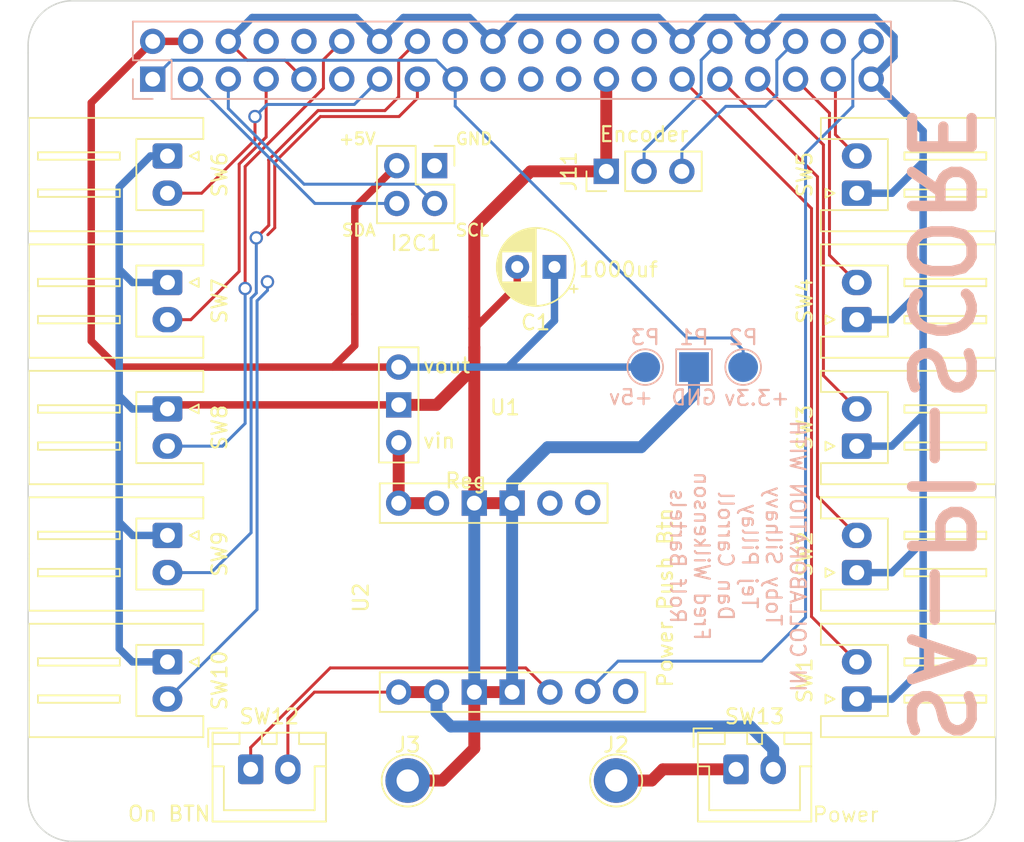
<source format=kicad_pcb>
(kicad_pcb (version 20221018) (generator pcbnew)
  (title_block (date "15 nov 2012"))
  (layers (0 "F.Cu" signal) (31 "B.Cu" signal) (34 "B.Paste" user) (35 "F.Paste" user) (36 "B.SilkS" user "B.Silkscreen") (37 "F.SilkS" user "F.Silkscreen") (38 "B.Mask" user) (39 "F.Mask" user) (44 "Edge.Cuts" user))
  (net 0 "")
  (net 1 "I2C1_SDA")
  (net 2 "I2C1_SCL")
  (net 3 "Input SW_1")
  (net 4 "/GPIO14{slash}TXD0")
  (net 5 "/GPIO15{slash}RXD0")
  (net 6 "/GPIO17")
  (net 7 "Input SW_9")
  (net 8 "Input SW_2")
  (net 9 "Input SW_3")
  (net 10 "Input SW_10")
  (net 11 "/GPIO24")
  (net 12 "/GPIO10{slash}SPI0.MOSI")
  (net 13 "/GPIO9{slash}SPI0.MISO")
  (net 14 "/GPIO25")
  (net 15 "/GPIO11{slash}SPI0.SCLK")
  (net 16 "/GPIO8{slash}SPI0.CE0")
  (net 17 "/GPIO7{slash}SPI0.CE1")
  (net 18 "/ID_SDA")
  (net 19 "/ID_SCL")
  (net 20 "Input SW_4")
  (net 21 "Input SW_5")
  (net 22 "Input ENC_A")
  (net 23 "Input SW_6")
  (net 24 "Input SW_7")
  (net 25 "Input ENC_B")
  (net 26 "Input SW_8")
  (net 27 "/GPIO20{slash}PCM.DIN")
  (net 28 "PS_OFF")
  (net 29 "+5V")
  (net 30 "+3V3")
  (net 31 "PS_ON")
  (net 32 "MSW")
  (net 33 "PS_BATT+")
  (net 37 "GND")
  (net 38 "+BATT")
  (footprint "Connector_JST:JST_XH_S2B-XH-A_1x02_P2.50mm_Horizontal" (layer "F.Cu") (at 155.663 56.435 90)
    (fp_text reference "SW5" (at 1.25 -3.5 90) (layer "F.SilkS"))
    (fp_text value "Button 5")
    (pad "1" thru_hole roundrect (at 0 0 90) (size 1.7 2) (drill 1) (layers "*.Cu" "*.Mask") (roundrect_rratio 0.147059) (net 37 "GND"))
    (pad "2" thru_hole oval (at 2.5 0 90) (size 1.7 2) (drill 1) (layers "*.Cu" "*.Mask") (net 21 "Input SW_5"))
  )
  (footprint "MountingHole:MountingHole_2.7mm_M2.5" (layer "F.Cu") (at 161.5 47.5)
    (fp_text reference "MH2" hide)
    (fp_text value "MountingHole_2.7mm_M2.5" hide)
    (pad "" np_thru_hole circle locked (at 0 0) (size 2.7 2.7) (drill 2.7) (layers "*.Cu" "*.Mask"))
  )
  (footprint "Pololu:Mini Pushbutton Power Switch" (layer "F.Cu") (at 124.892 83.617 90)
    (fp_text reference "U2" (at 0 -2.54 90) (layer "F.SilkS"))
    (fp_text value "Power Push Btn" (at 0 17.902 90) (layer "F.SilkS"))
    (pad "1" thru_hole oval (at -6.35 0 90) (size 1.7 1.7) (drill 1) (layers "*.Cu" "*.Mask") (net 32 "MSW"))
    (pad "1" thru_hole oval (at -6.35 2.54 90) (size 1.7 1.7) (drill 1) (layers "*.Cu" "*.Mask") (net 32 "MSW"))
    (pad "2" thru_hole oval (at 6.35 0 90) (size 1.7 1.7) (drill 1) (layers "*.Cu" "*.Mask") (net 33 "PS_BATT+"))
    (pad "2" thru_hole oval (at 6.35 2.54 90) (size 1.7 1.7) (drill 1) (layers "*.Cu" "*.Mask") (net 33 "PS_BATT+"))
    (pad "3" thru_hole rect (at -6.35 5.08 90) (size 1.7 1.7) (drill 1) (layers "*.Cu" "*.Mask") (net 37 "GND"))
    (pad "3" thru_hole rect (at -6.35 7.62 90) (size 1.7 1.7) (drill 1) (layers "*.Cu" "*.Mask") (net 37 "GND"))
    (pad "4" thru_hole rect (at 6.35 5.08 90) (size 1.7 1.7) (drill 1) (layers "*.Cu" "*.Mask") (net 37 "GND"))
    (pad "4" thru_hole rect (at 6.35 7.62 90) (size 1.7 1.7) (drill 1) (layers "*.Cu" "*.Mask") (net 37 "GND"))
    (pad "5" thru_hole oval (at -6.35 10.16 90) (size 1.7 1.7) (drill 1) (layers "*.Cu" "*.Mask") (net 31 "PS_ON"))
    (pad "6" thru_hole oval (at 6.35 10.16 90) (size 1.7 1.7) (drill 1) (layers "*.Cu" "*.Mask"))
    (pad "7" thru_hole oval (at -6.306 12.7 90) (size 1.7 1.7) (drill 1) (layers "*.Cu" "*.Mask") (net 28 "PS_OFF"))
    (pad "8" thru_hole oval (at 6.394 12.7 90) (size 1.7 1.7) (drill 1) (layers "*.Cu" "*.Mask"))
    (pad "9" thru_hole oval (at -6.306 15.24 90) (size 1.7 1.7) (drill 1) (layers "*.Cu" "*.Mask"))
  )
  (footprint "Connector_JST:JST_XH_S2B-XH-A_1x02_P2.50mm_Horizontal" (layer "F.Cu") (at 155.663 64.935 90)
    (fp_text reference "SW4" (at 1.25 -3.5 90) (layer "F.SilkS"))
    (fp_text value "Button 4")
    (pad "1" thru_hole roundrect (at 0 0 90) (size 1.7 2) (drill 1) (layers "*.Cu" "*.Mask") (roundrect_rratio 0.147059) (net 37 "GND"))
    (pad "2" thru_hole oval (at 2.5 0 90) (size 1.7 2) (drill 1) (layers "*.Cu" "*.Mask") (net 20 "Input SW_4"))
  )
  (footprint "Connector_JST:JST_XH_S2B-XH-A_1x02_P2.50mm_Horizontal" (layer "F.Cu") (at 109.361 53.935 -90)
    (fp_text reference "SW6" (at 1.25 -3.5 90) (layer "F.SilkS"))
    (fp_text value "Button 6")
    (pad "1" thru_hole roundrect (at 0 0 270) (size 1.7 2) (drill 1) (layers "*.Cu" "*.Mask") (roundrect_rratio 0.147059) (net 37 "GND"))
    (pad "2" thru_hole oval (at 2.5 0 270) (size 1.7 2) (drill 1) (layers "*.Cu" "*.Mask") (net 23 "Input SW_6"))
  )
  (footprint "TestPoint:TestPoint_THTPad_D3.0mm_Drill1.5mm" (layer "F.Cu") (at 125.5004 95.9106)
    (fp_text reference "J3" (at 0 -2.398) (layer "F.SilkS"))
    (fp_text value "BATT-")
    (pad "1" thru_hole circle (at 0 0) (size 3 3) (drill 1.5) (layers "*.Cu" "*.Mask") (net 37 "GND"))
  )
  (footprint "Connector_PinHeader_2.54mm:PinHeader_2x02_P2.54mm_Vertical" (layer "F.Cu") (at 127.305 54.5848 -90)
    (fp_text reference "U3" hide)
    (fp_text value "I2C1" (at 5.207 1.27) (layer "F.SilkS"))
    (pad "1" thru_hole rect (at 0 0 270) (size 1.7 1.7) (drill 1) (layers "*.Cu" "*.Mask") (net 37 "GND"))
    (pad "2" thru_hole oval (at 2.54 0 270) (size 1.7 1.7) (drill 1) (layers "*.Cu" "*.Mask") (net 2 "I2C1_SCL"))
    (pad "3" thru_hole oval (at 0 2.54 270) (size 1.7 1.7) (drill 1) (layers "*.Cu" "*.Mask") (net 29 "+5V"))
    (pad "4" thru_hole oval (at 2.54 2.54 270) (size 1.7 1.7) (drill 1) (layers "*.Cu" "*.Mask") (net 1 "I2C1_SDA"))
  )
  (footprint "Connector_JST:JST_XH_S2B-XH-A_1x02_P2.50mm_Horizontal" (layer "F.Cu") (at 109.361 70.935 -90)
    (fp_text reference "SW8" (at 1.25 -3.5 90) (layer "F.SilkS"))
    (fp_text value "Button 8")
    (pad "1" thru_hole roundrect (at 0 0 270) (size 1.7 2) (drill 1) (layers "*.Cu" "*.Mask") (roundrect_rratio 0.147059) (net 37 "GND"))
    (pad "2" thru_hole oval (at 2.5 0 270) (size 1.7 2) (drill 1) (layers "*.Cu" "*.Mask") (net 26 "Input SW_8"))
  )
  (footprint "Pololu:S13V20F5" (layer "F.Cu") (at 129.4076 73.203 180)
    (fp_text reference "U1" (at -2.6218 2.3622) (layer "F.SilkS"))
    (fp_text value "Reg" (at 0 -2.555) (layer "F.SilkS"))
    (pad "1" thru_hole oval (at 4.515 0 180) (size 1.7 1.7) (drill 1) (layers "*.Cu" "*.Mask") (net 33 "PS_BATT+"))
    (pad "2" thru_hole rect (at 4.515 2.54 180) (size 1.7 1.7) (drill 1) (layers "*.Cu" "*.Mask") (net 37 "GND"))
    (pad "3" thru_hole oval (at 4.515 5.08 180) (size 1.7 1.7) (drill 1) (layers "*.Cu" "*.Mask") (net 29 "+5V"))
  )
  (footprint "TestPoint:TestPoint_THTPad_D3.0mm_Drill1.5mm" (layer "F.Cu") (at 139.5004 95.9106)
    (fp_text reference "J2" (at 0 -2.398) (layer "F.SilkS"))
    (fp_text value "BATT+")
    (pad "1" thru_hole circle (at 0 0) (size 3 3) (drill 1.5) (layers "*.Cu" "*.Mask") (net 38 "+BATT"))
  )
  (footprint "MountingHole:MountingHole_2.7mm_M2.5" (layer "F.Cu") (at 103.5 96.5)
    (fp_text reference "MH3" hide)
    (fp_text value "MountingHole_2.7mm_M2.5" hide)
    (pad "" np_thru_hole circle locked (at 0 0) (size 2.7 2.7) (drill 2.7) (layers "*.Cu" "*.Mask"))
  )
  (footprint "Connector_JST:JST_XH_S2B-XH-A_1x02_P2.50mm_Horizontal" (layer "F.Cu") (at 155.663 73.435 90)
    (fp_text reference "SW3" (at 1.25 -3.5 90) (layer "F.SilkS"))
    (fp_text value "Button 3")
    (pad "1" thru_hole roundrect (at 0 0 90) (size 1.7 2) (drill 1) (layers "*.Cu" "*.Mask") (roundrect_rratio 0.147059) (net 37 "GND"))
    (pad "2" thru_hole oval (at 2.5 0 90) (size 1.7 2) (drill 1) (layers "*.Cu" "*.Mask") (net 9 "Input SW_3"))
  )
  (footprint "Connector_JST:JST_XH_S2B-XH-A_1x02_P2.50mm_Horizontal" (layer "F.Cu") (at 109.361 62.435 -90)
    (fp_text reference "SW7" (at 1.25 -3.5 90) (layer "F.SilkS"))
    (fp_text value "Button 7")
    (pad "1" thru_hole roundrect (at 0 0 270) (size 1.7 2) (drill 1) (layers "*.Cu" "*.Mask") (roundrect_rratio 0.147059) (net 37 "GND"))
    (pad "2" thru_hole oval (at 2.5 0 270) (size 1.7 2) (drill 1) (layers "*.Cu" "*.Mask") (net 24 "Input SW_7"))
  )
  (footprint "MountingHole:MountingHole_2.7mm_M2.5" (layer "F.Cu") (at 103.5 47.5)
    (fp_text reference "MH1" hide)
    (fp_text value "MountingHole_2.7mm_M2.5" hide)
    (pad "" np_thru_hole circle locked (at 0 0) (size 2.7 2.7) (drill 2.7) (layers "*.Cu" "*.Mask"))
  )
  (footprint "Connector_JST:JST_XH_B2B-XH-A_1x02_P2.50mm_Vertical" (layer "F.Cu") (at 147.5496 95.157)
    (fp_text reference "SW13" (at 1.25 -3.55) (layer "F.SilkS"))
    (fp_text value "Power" (at 7.3652 3.0396) (layer "F.SilkS") (effects (font (thickness 0.125))))
    (pad "1" thru_hole roundrect (at 0 0) (size 1.7 2) (drill 1) (layers "*.Cu" "*.Mask") (roundrect_rratio 0.1470588235) (net 38 "+BATT"))
    (pad "2" thru_hole oval (at 2.5 0) (size 1.7 2) (drill 1) (layers "*.Cu" "*.Mask") (net 32 "MSW"))
  )
  (footprint "Connector_JST:JST_XH_S2B-XH-A_1x02_P2.50mm_Horizontal" (layer "F.Cu") (at 109.361 79.435 -90)
    (fp_text reference "SW9" (at 1.25 -3.5 90) (layer "F.SilkS"))
    (fp_text value "Button 9")
    (pad "1" thru_hole roundrect (at 0 0 270) (size 1.7 2) (drill 1) (layers "*.Cu" "*.Mask") (roundrect_rratio 0.147059) (net 37 "GND"))
    (pad "2" thru_hole oval (at 2.5 0 270) (size 1.7 2) (drill 1) (layers "*.Cu" "*.Mask") (net 7 "Input SW_9"))
  )
  (footprint "Connector_JST:JST_XH_S2B-XH-A_1x02_P2.50mm_Horizontal" (layer "F.Cu") (at 155.663 81.935 90)
    (fp_text reference "SW2" (at 1.25 -3.5 90) (layer "F.SilkS"))
    (fp_text value "Button 2")
    (pad "1" thru_hole roundrect (at 0 0 90) (size 1.7 2) (drill 1) (layers "*.Cu" "*.Mask") (roundrect_rratio 0.147059) (net 37 "GND"))
    (pad "2" thru_hole oval (at 2.5 0 90) (size 1.7 2) (drill 1) (layers "*.Cu" "*.Mask") (net 8 "Input SW_2"))
  )
  (footprint "MountingHole:MountingHole_2.7mm_M2.5" (layer "F.Cu") (at 161.5 96.5)
    (fp_text reference "MH4" hide)
    (fp_text value "MountingHole_2.7mm_M2.5" hide)
    (pad "" np_thru_hole circle locked (at 0 0) (size 2.7 2.7) (drill 2.7) (layers "*.Cu" "*.Mask"))
  )
  (footprint "Capacitor_THT:CP_Radial_D5.0mm_P2.50mm" (layer "F.Cu") (at 135.3568 61.392 180)
    (fp_text reference "C1")
    (fp_text value "1000uf" (at -4.2926 -0.1778) (layer "F.SilkS"))
    (fp_text user "${REFERENCE}" (at 1.27 -3.7338) (layer "F.SilkS"))
    (pad "1" thru_hole rect (at 0 0 180) (size 1.6 1.6) (drill 0.8) (layers "*.Cu" "*.Mask") (net 29 "+5V"))
    (pad "2" thru_hole circle (at 2.5 0 180) (size 1.6 1.6) (drill 0.8) (layers "*.Cu" "*.Mask") (net 37 "GND"))
  )
  (footprint "Connector_JST:JST_XH_B2B-XH-A_1x02_P2.50mm_Vertical" (layer "F.Cu") (at 114.9504 95.157)
    (fp_text reference "SW12" (at 1.25 -3.55) (layer "F.SilkS"))
    (fp_text value "On BTN" (at -5.4762 2.9888) (layer "F.SilkS"))
    (pad "1" thru_hole roundrect (at 0 0) (size 1.7 2) (drill 1) (layers "*.Cu" "*.Mask") (roundrect_rratio 0.1470588235) (net 31 "PS_ON"))
    (pad "2" thru_hole oval (at 2.5 0) (size 1.7 2) (drill 1) (layers "*.Cu" "*.Mask") (net 32 "MSW"))
  )
  (footprint "Connector_JST:JST_XH_S2B-XH-A_1x02_P2.50mm_Horizontal" (layer "F.Cu") (at 109.361 87.935 -90)
    (fp_text reference "SW10" (at 1.25 -3.5 90) (layer "F.SilkS"))
    (fp_text value "Button 10")
    (pad "1" thru_hole roundrect (at 0 0 270) (size 1.7 2) (drill 1) (layers "*.Cu" "*.Mask") (roundrect_rratio 0.147059) (net 37 "GND"))
    (pad "2" thru_hole oval (at 2.5 0 270) (size 1.7 2) (drill 1) (layers "*.Cu" "*.Mask") (net 10 "Input SW_10"))
  )
  (footprint "Connector_PinHeader_2.54mm:PinHeader_1x03_P2.54mm_Vertical" (layer "F.Cu") (at 138.8366 54.9658 90)
    (fp_text reference "J11" (at 0 -2.506 90) (layer "F.SilkS"))
    (fp_text value "Encoder" (at 2.4892 2.54 180) (layer "F.SilkS"))
    (pad "1" thru_hole rect (at 0 0 90) (size 1.7 1.7) (drill 1) (layers "*.Cu" "*.Mask") (net 37 "GND"))
    (pad "2" thru_hole oval (at 0 2.54 90) (size 1.7 1.7) (drill 1) (layers "*.Cu" "*.Mask") (net 22 "Input ENC_A"))
    (pad "3" thru_hole oval (at 0 5.08 90) (size 1.7 1.7) (drill 1) (layers "*.Cu" "*.Mask") (net 25 "Input ENC_B"))
  )
  (footprint "Connector_JST:JST_XH_S2B-XH-A_1x02_P2.50mm_Horizontal" (layer "F.Cu") (at 155.663 90.435 90)
    (fp_text reference "SW1" (at 1.25 -3.5 90) (layer "F.SilkS"))
    (fp_text value "Button 1")
    (pad "1" thru_hole roundrect (at 0 0 90) (size 1.7 2) (drill 1) (layers "*.Cu" "*.Mask") (roundrect_rratio 0.147059) (net 37 "GND"))
    (pad "2" thru_hole oval (at 2.5 0 90) (size 1.7 2) (drill 1) (layers "*.Cu" "*.Mask") (net 3 "Input SW_1"))
  )
  (footprint "Connector_PinSocket_2.54mm:PinSocket_2x20_P2.54mm_Vertical" (layer "B.Cu") (at 108.37 48.77 -90)
    (fp_text reference "J1" hide)
    (fp_text value "GPIO" hide)
    (pad "1" thru_hole rect (at 0 0 270) (size 1.7 1.7) (drill 1) (layers "*.Cu" "*.Mask") (net 30 "+3V3"))
    (pad "2" thru_hole oval (at -2.54 0 270) (size 1.7 1.7) (drill 1) (layers "*.Cu" "*.Mask") (net 29 "+5V"))
    (pad "3" thru_hole oval (at 0 -2.54 270) (size 1.7 1.7) (drill 1) (layers "*.Cu" "*.Mask") (net 1 "I2C1_SDA"))
    (pad "4" thru_hole oval (at -2.54 -2.54 270) (size 1.7 1.7) (drill 1) (layers "*.Cu" "*.Mask") (net 29 "+5V"))
    (pad "5" thru_hole oval (at 0 -5.08 270) (size 1.7 1.7) (drill 1) (layers "*.Cu" "*.Mask") (net 2 "I2C1_SCL"))
    (pad "6" thru_hole oval (at -2.54 -5.08 270) (size 1.7 1.7) (drill 1) (layers "*.Cu" "*.Mask") (net 37 "GND"))
    (pad "7" thru_hole oval (at 0 -7.62 270) (size 1.7 1.7) (drill 1) (layers "*.Cu" "*.Mask") (net 24 "Input SW_7"))
    (pad "8" thru_hole oval (at -2.54 -7.62 270) (size 1.7 1.7) (drill 1) (layers "*.Cu" "*.Mask") (net 4 "/GPIO14{slash}TXD0"))
    (pad "9" thru_hole oval (at 0 -10.16 270) (size 1.7 1.7) (drill 1) (layers "*.Cu" "*.Mask") (net 37 "GND"))
    (pad "10" thru_hole oval (at -2.54 -10.16 270) (size 1.7 1.7) (drill 1) (layers "*.Cu" "*.Mask") (net 5 "/GPIO15{slash}RXD0"))
    (pad "11" thru_hole oval (at 0 -12.7 270) (size 1.7 1.7) (drill 1) (layers "*.Cu" "*.Mask") (net 6 "/GPIO17"))
    (pad "12" thru_hole oval (at -2.54 -12.7 270) (size 1.7 1.7) (drill 1) (layers "*.Cu" "*.Mask") (net 26 "Input SW_8"))
    (pad "13" thru_hole oval (at 0 -15.24 270) (size 1.7 1.7) (drill 1) (layers "*.Cu" "*.Mask") (net 23 "Input SW_6"))
    (pad "14" thru_hole oval (at -2.54 -15.24 270) (size 1.7 1.7) (drill 1) (layers "*.Cu" "*.Mask") (net 37 "GND"))
    (pad "15" thru_hole oval (at 0 -17.78 270) (size 1.7 1.7) (drill 1) (layers "*.Cu" "*.Mask") (net 10 "Input SW_10"))
    (pad "16" thru_hole oval (at -2.54 -17.78 270) (size 1.7 1.7) (drill 1) (layers "*.Cu" "*.Mask") (net 7 "Input SW_9"))
    (pad "17" thru_hole oval (at 0 -20.32 270) (size 1.7 1.7) (drill 1) (layers "*.Cu" "*.Mask") (net 30 "+3V3"))
    (pad "18" thru_hole oval (at -2.54 -20.32 270) (size 1.7 1.7) (drill 1) (layers "*.Cu" "*.Mask") (net 11 "/GPIO24"))
    (pad "19" thru_hole oval (at 0 -22.86 270) (size 1.7 1.7) (drill 1) (layers "*.Cu" "*.Mask") (net 12 "/GPIO10{slash}SPI0.MOSI"))
    (pad "20" thru_hole oval (at -2.54 -22.86 270) (size 1.7 1.7) (drill 1) (layers "*.Cu" "*.Mask") (net 37 "GND"))
    (pad "21" thru_hole oval (at 0 -25.4 270) (size 1.7 1.7) (drill 1) (layers "*.Cu" "*.Mask") (net 13 "/GPIO9{slash}SPI0.MISO"))
    (pad "22" thru_hole oval (at -2.54 -25.4 270) (size 1.7 1.7) (drill 1) (layers "*.Cu" "*.Mask") (net 14 "/GPIO25"))
    (pad "23" thru_hole oval (at 0 -27.94 270) (size 1.7 1.7) (drill 1) (layers "*.Cu" "*.Mask") (net 15 "/GPIO11{slash}SPI0.SCLK"))
    (pad "24" thru_hole oval (at -2.54 -27.94 270) (size 1.7 1.7) (drill 1) (layers "*.Cu" "*.Mask") (net 16 "/GPIO8{slash}SPI0.CE0"))
    (pad "25" thru_hole oval (at 0 -30.48 270) (size 1.7 1.7) (drill 1) (layers "*.Cu" "*.Mask") (net 37 "GND"))
    (pad "26" thru_hole oval (at -2.54 -30.48 270) (size 1.7 1.7) (drill 1) (layers "*.Cu" "*.Mask") (net 17 "/GPIO7{slash}SPI0.CE1"))
    (pad "27" thru_hole oval (at 0 -33.02 270) (size 1.7 1.7) (drill 1) (layers "*.Cu" "*.Mask") (net 18 "/ID_SDA"))
    (pad "28" thru_hole oval (at -2.54 -33.02 270) (size 1.7 1.7) (drill 1) (layers "*.Cu" "*.Mask") (net 19 "/ID_SCL"))
    (pad "29" thru_hole oval (at 0 -35.56 270) (size 1.7 1.7) (drill 1) (layers "*.Cu" "*.Mask") (net 3 "Input SW_1"))
    (pad "30" thru_hole oval (at -2.54 -35.56 270) (size 1.7 1.7) (drill 1) (layers "*.Cu" "*.Mask") (net 37 "GND"))
    (pad "31" thru_hole oval (at 0 -38.1 270) (size 1.7 1.7) (drill 1) (layers "*.Cu" "*.Mask") (net 8 "Input SW_2"))
    (pad "32" thru_hole oval (at -2.54 -38.1 270) (size 1.7 1.7) (drill 1) (layers "*.Cu" "*.Mask") (net 22 "Input ENC_A"))
    (pad "33" thru_hole oval (at 0 -40.64 270) (size 1.7 1.7) (drill 1) (layers "*.Cu" "*.Mask") (net 9 "Input SW_3"))
    (pad "34" thru_hole oval (at -2.54 -40.64 270) (size 1.7 1.7) (drill 1) (layers "*.Cu" "*.Mask") (net 37 "GND"))
    (pad "35" thru_hole oval (at 0 -43.18 270) (size 1.7 1.7) (drill 1) (layers "*.Cu" "*.Mask") (net 20 "Input SW_4"))
    (pad "36" thru_hole oval (at -2.54 -43.18 270) (size 1.7 1.7) (drill 1) (layers "*.Cu" "*.Mask") (net 25 "Input ENC_B"))
    (pad "37" thru_hole oval (at 0 -45.72 270) (size 1.7 1.7) (drill 1) (layers "*.Cu" "*.Mask") (net 21 "Input SW_5"))
    (pad "38" thru_hole oval (at -2.54 -45.72 270) (size 1.7 1.7) (drill 1) (layers "*.Cu" "*.Mask") (net 27 "/GPIO20{slash}PCM.DIN"))
    (pad "39" thru_hole oval (at 0 -48.26 270) (size 1.7 1.7) (drill 1) (layers "*.Cu" "*.Mask") (net 37 "GND"))
    (pad "40" thru_hole oval (at -2.54 -48.26 270) (size 1.7 1.7) (drill 1) (layers "*.Cu" "*.Mask") (net 28 "PS_OFF"))
  )
  (footprint "TestPoint:TestPoint_Pad_D2.0mm" (layer "B.Cu") (at 148.0314 68.123 180)
    (fp_text reference "P2" (at 0 1.998) (layer "B.SilkS") (effects (justify mirror)))
    (fp_text value "+3.3v" (at -0.9144 -2.0828) (layer "B.SilkS") (effects (justify mirror)))
    (pad "1" smd circle (at 0 0 180) (size 2 2) (layers "B.Cu" "B.Mask") (net 30 "+3V3"))
  )
  (footprint "TestPoint:TestPoint_Pad_2.0x2.0mm" (layer "B.Cu") (at 144.7294 68.123 180)
    (fp_text reference "P1" (at 0 1.998) (layer "B.SilkS") (effects (justify mirror)))
    (fp_text value "GND" (at 0 -2.05) (layer "B.SilkS") (effects (justify mirror)))
    (pad "1" smd rect (at 0 0 180) (size 2 2) (layers "B.Cu" "B.Mask") (net 37 "GND"))
  )
  (footprint "TestPoint:TestPoint_Pad_D2.0mm" (layer "B.Cu") (at 141.4528 68.123 180)
    (fp_text reference "P3" (at 0 1.998) (layer "B.SilkS") (effects (justify mirror)))
    (fp_text value "+5v" (at 0.9652 -2.032) (layer "B.SilkS") (effects (justify mirror)))
    (pad "1" smd circle (at 0 0 180) (size 2 2) (layers "B.Cu" "B.Mask") (net 29 "+5V"))
  )
  (gr_line (start 162 43.5) (end 103 43.5) (stroke (width 0.1)) (layer "Edge.Cuts"))
  (gr_line (start 165 47) (end 165 46.5) (stroke (width 0.1)) (layer "Edge.Cuts"))
  (gr_line (start 165 97) (end 165 47) (stroke (width 0.1)) (layer "Edge.Cuts"))
  (gr_line (start 100 47) (end 100 63) (stroke (width 0.1)) (layer "Edge.Cuts"))
  (gr_arc (start 100 46.5) (mid 100.87868 44.37868) (end 103 43.5) (stroke (width 0.1)) (layer "Edge.Cuts"))
  (gr_line (start 100 63) (end 100 81) (stroke (width 0.1)) (layer "Edge.Cuts"))
  (gr_line (start 100 47) (end 100 46.5) (stroke (width 0.1)) (layer "Edge.Cuts"))
  (gr_arc (start 162 43.5) (mid 164.12132 44.37868) (end 165 46.5) (stroke (width 0.1)) (layer "Edge.Cuts"))
  (gr_arc (start 103 100) (mid 100.87868 99.12132) (end 100 97) (stroke (width 0.1)) (layer "Edge.Cuts"))
  (gr_line (start 103 100) (end 162 100) (stroke (width 0.1)) (layer "Edge.Cuts"))
  (gr_arc (start 165 97) (mid 164.12132 99.12132) (end 162 100) (stroke (width 0.1)) (layer "Edge.Cuts"))
  (gr_line (start 100 81) (end 100 97) (stroke (width 0.1)) (layer "Edge.Cuts"))
  (gr_text "SA-PI-SCORE" (at 158.8518 93.7516 -90) (layer "B.SilkS") (effects (font (size 4 4) (thickness 0.7) bold) (justify left bottom mirror)))
  (gr_text "IN COLLABORATION WITH\nToby Silhavy\nTej Pillay\nDan Carroll\nFred Wilkenson\nRolf Bartels\n" (at 143.053 80.823 -90) (layer "B.SilkS") (effects (font (size 1 1)) (justify bottom mirror)))
  (gr_text "GND" (at 128.635 53.2548) (layer "F.SilkS") (effects (font (size 0.8 0.8)) (justify left bottom)))
  (gr_text "+5V" (at 123.435 53.2548) (layer "F.SilkS") (effects (font (size 0.8 0.8)) (justify right bottom)))
  (gr_text "SCL" (at 128.635 58.4548) (layer "F.SilkS") (effects (font (size 0.8 0.8)) (justify left top)))
  (gr_text "vin" (at 126.4414 73.6602) (layer "F.SilkS") (effects (font (size 1 1)) (justify left bottom)))
  (gr_text "SDA" (at 123.435 58.4548) (layer "F.SilkS") (effects (font (size 0.8 0.8)) (justify right top)))
  (gr_text "vout" (at 126.4414 68.6056) (layer "F.SilkS") (effects (font (size 1 1)) (justify left bottom)))
  (segment (start 124.765 57.1248) (end 119.2648 57.1248) (width 0.2) (layer "B.Cu") (net 1))
  (segment (start 119.2648 57.1248) (end 110.91 48.77) (width 0.2) (layer "B.Cu") (net 1))
  (segment (start 113.45 50.744314) (end 113.45 48.77) (width 0.2) (layer "B.Cu") (net 2))
  (segment (start 127.305 57.1248) (end 126.0096 55.8294) (width 0.2) (layer "B.Cu") (net 2))
  (segment (start 118.535086 55.8294) (end 113.45 50.744314) (width 0.2) (layer "B.Cu") (net 2))
  (segment (start 126.0096 55.8294) (end 118.535086 55.8294) (width 0.2) (layer "B.Cu") (net 2))
  (segment (start 152.6226 57.4626) (end 152.6226 84.8946) (width 0.2) (layer "F.Cu") (net 3))
  (segment (start 152.6226 84.8946) (end 155.663 87.935) (width 0.2) (layer "F.Cu") (net 3))
  (segment (start 143.93 48.77) (end 152.6226 57.4626) (width 0.2) (layer "F.Cu") (net 3))
  (segment (start 116.1678 58.5975) (end 116.1678 54.212458) (width 0.2) (layer "F.Cu") (net 7))
  (segment (start 116.1544 54.199058) (end 119.470659 50.8828) (width 0.2) (layer "F.Cu") (net 7))
  (segment (start 124.892 49.962) (end 124.892 47.488) (width 0.2) (layer "F.Cu") (net 7))
  (segment (start 124.892 47.488) (end 126.15 46.23) (width 0.2) (layer "F.Cu") (net 7))
  (segment (start 123.9712 50.8828) (end 124.892 49.962) (width 0.2) (layer "F.Cu") (net 7))
  (segment (start 116.1678 54.212458) (end 116.1544 54.199058) (width 0.2) (layer "F.Cu") (net 7))
  (segment (start 119.470659 50.8828) (end 123.9712 50.8828) (width 0.2) (layer "F.Cu") (net 7))
  (segment (start 115.3291 59.4362) (end 116.1678 58.5975) (width 0.2) (layer "F.Cu") (net 7))
  (via (at 115.3291 59.4362) (size 0.9) (drill 0.6) (layers "F.Cu" "B.Cu") (net 7))
  (segment (start 115.3291 63.150961) (end 114.9796 63.500461) (width 0.2) (layer "B.Cu") (net 7))
  (segment (start 112.2992 81.935) (end 109.361 81.935) (width 0.2) (layer "B.Cu") (net 7))
  (segment (start 115.3291 59.4362) (end 115.3291 63.150961) (width 0.2) (layer "B.Cu") (net 7))
  (segment (start 114.9796 63.500461) (end 114.9796 79.2546) (width 0.2) (layer "B.Cu") (net 7))
  (segment (start 114.9796 79.2546) (end 112.2992 81.935) (width 0.2) (layer "B.Cu") (net 7))
  (segment (start 153.0226 55.3226) (end 153.0226 76.7946) (width 0.2) (layer "F.Cu") (net 8))
  (segment (start 146.47 48.77) (end 153.0226 55.3226) (width 0.2) (layer "F.Cu") (net 8))
  (segment (start 153.0226 76.7946) (end 155.663 79.435) (width 0.2) (layer "F.Cu") (net 8))
  (segment (start 153.4226 68.6946) (end 155.663 70.935) (width 0.2) (layer "F.Cu") (net 9))
  (segment (start 153.4226 53.1826) (end 153.4226 68.6946) (width 0.2) (layer "F.Cu") (net 9))
  (segment (start 149.01 48.77) (end 153.4226 53.1826) (width 0.2) (layer "F.Cu") (net 9))
  (segment (start 116.0786 62.3908) (end 116.1036 62.3658) (width 0.2) (layer "F.Cu") (net 10))
  (segment (start 116.5678 54.351344) (end 119.636344 51.2828) (width 0.2) (layer "F.Cu") (net 10))
  (segment (start 126.15 50.0502) (end 126.15 48.77) (width 0.2) (layer "F.Cu") (net 10))
  (segment (start 116.5678 58.763185) (end 116.5678 54.351344) (width 0.2) (layer "F.Cu") (net 10))
  (segment (start 124.9174 51.2828) (end 126.15 50.0502) (width 0.2) (layer "F.Cu") (net 10))
  (segment (start 119.636344 51.2828) (end 124.9174 51.2828) (width 0.2) (layer "F.Cu") (net 10))
  (segment (start 116.1036 59.227386) (end 116.5678 58.763185) (width 0.2) (layer "F.Cu") (net 10))
  (via (at 116.0786 62.3908) (size 0.9) (drill 0.6) (layers "F.Cu" "B.Cu") (net 10))
  (segment (start 115.3796 84.4164) (end 109.361 90.435) (width 0.2) (layer "B.Cu") (net 10))
  (segment (start 116.0786 62.967147) (end 115.3796 63.666147) (width 0.2) (layer "B.Cu") (net 10))
  (segment (start 115.3796 63.666147) (end 115.3796 84.4164) (width 0.2) (layer "B.Cu") (net 10))
  (segment (start 116.0786 62.3908) (end 116.0786 62.967147) (width 0.2) (layer "B.Cu") (net 10))
  (segment (start 155.663 62.435) (end 153.829 60.601) (width 0.2) (layer "F.Cu") (net 20))
  (segment (start 153.829 51.049) (end 151.55 48.77) (width 0.2) (layer "F.Cu") (net 20))
  (segment (start 153.829 60.601) (end 153.829 51.049) (width 0.2) (layer "F.Cu") (net 20))
  (segment (start 155.663 53.935) (end 154.229 52.501) (width 0.2) (layer "F.Cu") (net 21))
  (segment (start 154.229 52.501) (end 154.229 48.909) (width 0.2) (layer "F.Cu") (net 21))
  (segment (start 154.229 48.909) (end 154.09 48.77) (width 0.2) (layer "F.Cu") (net 21))
  (segment (start 154.09 48.77) (end 154.09 48.934) (width 0.2) (layer "F.Cu") (net 21))
  (segment (start 146.47 46.23) (end 145.212 47.488) (width 0.2) (layer "B.Cu") (net 22))
  (segment (start 145.212 49.708) (end 141.3766 53.5434) (width 0.2) (layer "B.Cu") (net 22))
  (segment (start 141.3766 53.5434) (end 141.3766 54.9658) (width 0.2) (layer "B.Cu") (net 22))
  (segment (start 145.212 47.488) (end 145.212 49.708) (width 0.2) (layer "B.Cu") (net 22))
  (segment (start 115.2405 51.2828) (end 115.2405 52.850215) (width 0.2) (layer "F.Cu") (net 23))
  (segment (start 115.2405 52.850215) (end 111.655715 56.435) (width 0.2) (layer "F.Cu") (net 23))
  (segment (start 111.655715 56.435) (end 109.361 56.435) (width 0.2) (layer "F.Cu") (net 23))
  (via (at 115.2405 51.2828) (size 0.9) (drill 0.6) (layers "F.Cu" "B.Cu") (net 23))
  (segment (start 116.0533 50.47) (end 121.91 50.47) (width 0.2) (layer "B.Cu") (net 23))
  (segment (start 121.91 50.47) (end 123.61 48.77) (width 0.2) (layer "B.Cu") (net 23))
  (segment (start 115.2405 51.2828) (end 116.0533 50.47) (width 0.2) (layer "B.Cu") (net 23))
  (segment (start 114.1796 54.476801) (end 114.1796 61.6904) (width 0.2) (layer "F.Cu") (net 24))
  (segment (start 115.99 52.6664) (end 114.1796 54.476801) (width 0.2) (layer "F.Cu") (net 24))
  (segment (start 110.935 64.935) (end 109.361 64.935) (width 0.2) (layer "F.Cu") (net 24))
  (segment (start 114.1796 61.6904) (end 110.935 64.935) (width 0.2) (layer "F.Cu") (net 24))
  (segment (start 115.99 48.77) (end 115.99 52.6664) (width 0.2) (layer "F.Cu") (net 24))
  (segment (start 146.863 50.597) (end 149.53 50.597) (width 0.2) (layer "B.Cu") (net 25))
  (segment (start 143.9166 54.9658) (end 143.9166 53.5434) (width 0.2) (layer "B.Cu") (net 25))
  (segment (start 143.9166 53.5434) (end 146.863 50.597) (width 0.2) (layer "B.Cu") (net 25))
  (segment (start 150.292 49.835) (end 150.292 47.488) (width 0.2) (layer "B.Cu") (net 25))
  (segment (start 149.53 50.597) (end 150.292 49.835) (width 0.2) (layer "B.Cu") (net 25))
  (segment (start 150.292 47.488) (end 151.55 46.23) (width 0.2) (layer "B.Cu") (net 25))
  (segment (start 114.5796 54.642486) (end 114.5796 62.8398) (width 0.2) (layer "F.Cu") (net 26))
  (segment (start 119.8374 47.4626) (end 121.07 46.23) (width 0.2) (layer "F.Cu") (net 26))
  (segment (start 114.5796 54.642486) (end 119.8374 49.384686) (width 0.2) (layer "F.Cu") (net 26))
  (segment (start 119.8374 49.384686) (end 119.8374 47.4626) (width 0.2) (layer "F.Cu") (net 26))
  (via (at 114.5796 62.8398) (size 0.9) (drill 0.6) (layers "F.Cu" "B.Cu") (net 26))
  (segment (start 114.5796 71.9076) (end 113.0522 73.435) (width 0.2) (layer "B.Cu") (net 26))
  (segment (start 114.5796 71.9076) (end 114.5796 62.8398) (width 0.2) (layer "B.Cu") (net 26))
  (segment (start 113.0522 73.435) (end 109.361 73.435) (width 0.2) (layer "B.Cu") (net 26))
  (segment (start 152.2224 84.9378) (end 149.276 87.8842) (width 0.2) (layer "B.Cu") (net 28))
  (segment (start 139.6308 87.8842) (end 137.592 89.923) (width 0.2) (layer "B.Cu") (net 28))
  (segment (start 152.2224 53.772) (end 152.2224 84.9378) (width 0.2) (layer "B.Cu") (net 28))
  (segment (start 156.63 46.23) (end 155.3974 47.4626) (width 0.2) (layer "B.Cu") (net 28))
  (segment (start 149.276 87.8842) (end 139.6308 87.8842) (width 0.2) (layer "B.Cu") (net 28))
  (segment (start 155.3974 50.597) (end 152.2224 53.772) (width 0.2) (layer "B.Cu") (net 28))
  (segment (start 155.3974 47.4626) (end 155.3974 50.597) (width 0.2) (layer "B.Cu") (net 28))
  (segment (start 104.2418 66.3704) (end 104.2418 50.3582) (width 0.5) (layer "F.Cu") (net 29))
  (segment (start 121.9456 64.567) (end 121.9456 57.4042) (width 0.5) (layer "F.Cu") (net 29))
  (segment (start 108.37 46.23) (end 110.91 46.23) (width 0.5) (layer "F.Cu") (net 29))
  (segment (start 121.9456 57.4042) (end 124.765 54.5848) (width 0.5) (layer "F.Cu") (net 29))
  (segment (start 121.9456 66.6664) (end 120.489 68.123) (width 0.5) (layer "F.Cu") (net 29))
  (segment (start 104.2418 50.3582) (end 108.37 46.23) (width 0.5) (layer "F.Cu") (net 29))
  (segment (start 105.9944 68.123) (end 104.2418 66.3704) (width 0.5) (layer "F.Cu") (net 29))
  (segment (start 121.9456 64.567) (end 121.9456 66.6664) (width 0.5) (layer "F.Cu") (net 29))
  (segment (start 120.4216 68.123) (end 105.9944 68.123) (width 0.5) (layer "F.Cu") (net 29))
  (segment (start 120.489 68.123) (end 120.4216 68.123) (width 0.5) (layer "F.Cu") (net 29))
  (segment (start 120.4216 68.123) (end 124.8926 68.123) (width 0.5) (layer "F.Cu") (net 29))
  (segment (start 124.8926 68.123) (end 132.2326 68.123) (width 0.5) (layer "B.Cu") (net 29))
  (segment (start 132.2326 68.123) (end 141.4528 68.123) (width 0.5) (layer "B.Cu") (net 29))
  (segment (start 135.3568 64.9988) (end 132.2326 68.123) (width 0.5) (layer "B.Cu") (net 29))
  (segment (start 135.3568 61.392) (end 135.3568 64.9988) (width 0.5) (layer "B.Cu") (net 29))
  (segment (start 144.2722 66.1672) (end 147.2186 66.1672) (width 0.2) (layer "B.Cu") (net 30))
  (segment (start 109.6418 47.4982) (end 108.37 48.77) (width 0.2) (layer "B.Cu") (net 30))
  (segment (start 128.69 48.77) (end 127.4182 47.4982) (width 0.2) (layer "B.Cu") (net 30))
  (segment (start 127.4182 47.4982) (end 109.6418 47.4982) (width 0.2) (layer "B.Cu") (net 30))
  (segment (start 128.69 48.77) (end 128.69 50.585) (width 0.2) (layer "B.Cu") (net 30))
  (segment (start 128.69 50.585) (end 144.2722 66.1672) (width 0.2) (layer "B.Cu") (net 30))
  (segment (start 148.0314 66.98) (end 148.0314 68.123) (width 0.2) (layer "B.Cu") (net 30))
  (segment (start 147.2186 66.1672) (end 148.0314 66.98) (width 0.2) (layer "B.Cu") (net 30))
  (segment (start 133.4264 88.3414) (end 135.052 89.967) (width 0.2) (layer "F.Cu") (net 31))
  (segment (start 114.9504 95.157) (end 114.9504 93.6856) (width 0.2) (layer "F.Cu") (net 31))
  (segment (start 114.9504 93.6856) (end 120.2946 88.3414) (width 0.2) (layer "F.Cu") (net 31))
  (segment (start 120.2946 88.3414) (end 133.4264 88.3414) (width 0.2) (layer "F.Cu") (net 31))
  (segment (start 119.234686 89.967) (end 124.892 89.967) (width 0.2) (layer "F.Cu") (net 32))
  (segment (start 124.892 89.967) (end 127.432 89.967) (width 0.8) (layer "F.Cu") (net 32))
  (segment (start 117.4504 95.157) (end 117.4504 91.751286) (width 0.2) (layer "F.Cu") (net 32))
  (segment (start 117.4504 91.751286) (end 119.234686 89.967) (width 0.2) (layer "F.Cu") (net 32))
  (segment (start 128.3972 92.2784) (end 148.514 92.2784) (width 0.8) (layer "B.Cu") (net 32))
  (segment (start 127.432 89.967) (end 127.432 91.3132) (width 0.8) (layer "B.Cu") (net 32))
  (segment (start 127.432 91.3132) (end 128.3972 92.2784) (width 0.8) (layer "B.Cu") (net 32))
  (segment (start 150.0496 93.814) (end 150.0496 95.157) (width 0.8) (layer "B.Cu") (net 32))
  (segment (start 148.514 92.2784) (end 150.0496 93.814) (width 0.8) (layer "B.Cu") (net 32))
  (segment (start 124.892 73.2036) (end 124.8926 73.203) (width 0.8) (layer "F.Cu") (net 33))
  (segment (start 127.432 77.267) (end 124.892 77.267) (width 0.8) (layer "F.Cu") (net 33))
  (segment (start 124.892 77.267) (end 124.892 73.2036) (width 0.8) (layer "F.Cu") (net 33))
  (segment (start 129.972 77.267) (end 132.512 77.267) (width 0.8) (layer "F.Cu") (net 37))
  (segment (start 129.972 68.123) (end 127.432 70.663) (width 0.8) (layer "F.Cu") (net 37))
  (segment (start 133.7566 54.9658) (end 138.8366 54.9658) (width 0.8) (layer "F.Cu") (net 37))
  (segment (start 118.53 48.77) (end 117.2582 47.4982) (width 0.2) (layer "F.Cu") (net 37))
  (segment (start 129.972 89.967) (end 132.512 89.967) (width 0.8) (layer "F.Cu") (net 37))
  (segment (start 109.361 70.935) (end 109.633 70.663) (width 0.5) (layer "F.Cu") (net 37))
  (segment (start 132.8568 62.6474) (end 129.972 65.5322) (width 0.5) (layer "F.Cu") (net 37))
  (segment (start 138.8366 54.9658) (end 138.8366 48.7834) (width 0.8) (layer "F.Cu") (net 37))
  (segment (start 109.633 70.663) (end 124.8926 70.663) (width 0.5) (layer "F.Cu") (net 37))
  (segment (start 129.972 77.267) (end 129.972 66.8022) (width 0.8) (layer "F.Cu") (net 37))
  (segment (start 129.972 65.5322) (end 129.972 64.7448) (width 0.8) (layer "F.Cu") (net 37))
  (segment (start 129.972 66.8022) (end 129.972 68.123) (width 0.8) (layer "F.Cu") (net 37))
  (segment (start 127.432 70.663) (end 124.8926 70.663) (width 0.8) (layer "F.Cu") (net 37))
  (segment (start 117.2582 47.4982) (end 114.7182 47.4982) (width 0.2) (layer "F.Cu") (net 37))
  (segment (start 129.972 89.967) (end 131.5275 89.967) (width 0.2) (layer "F.Cu") (net 37))
  (segment (start 129.972 93.7516) (end 129.972 89.967) (width 0.8) (layer "F.Cu") (net 37))
  (segment (start 132.8568 61.392) (end 132.8568 62.6474) (width 0.5) (layer "F.Cu") (net 37))
  (segment (start 114.7182 47.4982) (end 113.45 46.23) (width 0.2) (layer "F.Cu") (net 37))
  (segment (start 127.813 95.9106) (end 129.972 93.7516) (width 0.8) (layer "F.Cu") (net 37))
  (segment (start 125.5004 95.9106) (end 127.813 95.9106) (width 0.8) (layer "F.Cu") (net 37))
  (segment (start 129.972 58.7504) (end 133.7566 54.9658) (width 0.8) (layer "F.Cu") (net 37))
  (segment (start 129.972 64.7448) (end 129.972 58.7504) (width 0.8) (layer "F.Cu") (net 37))
  (segment (start 138.8366 48.7834) (end 138.85 48.77) (width 0.5) (layer "F.Cu") (net 37))
  (segment (start 129.972 66.8022) (end 129.972 65.5322) (width 0.8) (layer "F.Cu") (net 37))
  (segment (start 123.61 46.23) (end 125.212 44.628) (width 0.5) (layer "B.Cu") (net 37))
  (segment (start 141.1734 73.5078) (end 144.7294 69.9518) (width 0.8) (layer "B.Cu") (net 37))
  (segment (start 107.0104 87.935) (end 109.361 87.935) (width 0.5) (layer "B.Cu") (net 37))
  (segment (start 144.7294 69.9518) (end 144.7294 68.123) (width 0.8) (layer "B.Cu") (net 37))
  (segment (start 160.1218 62.8398) (end 160.1218 71.3234) (width 0.5) (layer "B.Cu") (net 37))
  (segment (start 158.166 45.927522) (end 158.166 47.234) (width 0.5) (layer "B.Cu") (net 37))
  (segment (start 131.23 46.23) (end 132.832 44.628) (width 0.5) (layer "B.Cu") (net 37))
  (segment (start 107.003 70.935) (end 106.1214 70.0534) (width 0.5) (layer "B.Cu") (net 37))
  (segment (start 134.8996 73.5078) (end 141.1734 73.5078) (width 0.8) (layer "B.Cu") (net 37))
  (segment (start 122.008 44.628) (end 123.61 46.23) (width 0.5) (layer "B.Cu") (net 37))
  (segment (start 106.1214 78.537) (end 106.1214 87.046) (width 0.5) (layer "B.Cu") (net 37))
  (segment (start 156.866478 44.628) (end 158.166 45.927522) (width 0.5) (layer "B.Cu") (net 37))
  (segment (start 109.361 70.935) (end 107.003 70.935) (width 0.5) (layer "B.Cu") (net 37))
  (segment (start 160.1218 88.3414) (end 158.0282 90.435) (width 0.5) (layer "B.Cu") (net 37))
  (segment (start 127.305 54.5848) (end 127.305 54.5594) (width 0.5) (layer "B.Cu") (net 37))
  (segment (start 158.0176 56.435) (end 160.1218 54.3308) (width 0.5) (layer "B.Cu") (net 37))
  (segment (start 155.663 73.435) (end 158.0102 73.435) (width 0.5) (layer "B.Cu") (net 37))
  (segment (start 155.663 81.935) (end 158.0192 81.935) (width 0.5) (layer "B.Cu") (net 37))
  (segment (start 142.328 44.628) (end 143.93 46.23) (width 0.5) (layer "B.Cu") (net 37))
  (segment (start 143.93 46.23) (end 145.532 44.628) (width 0.5) (layer "B.Cu") (net 37))
  (segment (start 106.1214 70.0534) (end 106.1214 78.537) (width 0.5) (layer "B.Cu") (net 37))
  (segment (start 107.012 62.435) (end 106.1214 61.5444) (width 0.5) (layer "B.Cu") (net 37))
  (segment (start 109.361 79.435) (end 107.0194 79.435) (width 0.5) (layer "B.Cu") (net 37))
  (segment (start 150.612 44.628) (end 156.866478 44.628) (width 0.5) (layer "B.Cu") (net 37))
  (segment (start 109.361 62.435) (end 107.012 62.435) (width 0.5) (layer "B.Cu") (net 37))
  (segment (start 115.052 44.628) (end 122.008 44.628) (width 0.5) (layer "B.Cu") (net 37))
  (segment (start 132.512 77.267) (end 132.512 75.8954) (width 0.8) (layer "B.Cu") (net 37))
  (segment (start 160.1218 54.3308) (end 160.1218 62.8398) (width 0.5) (layer "B.Cu") (net 37))
  (segment (start 106.1214 61.5444) (end 106.1214 70.0534) (width 0.5) (layer "B.Cu") (net 37))
  (segment (start 106.1214 56.0326) (end 106.1214 61.5444) (width 0.5) (layer "B.Cu") (net 37))
  (segment (start 109.361 53.935) (end 108.219 53.935) (width 0.5) (layer "B.Cu") (net 37))
  (segment (start 108.219 53.935) (end 106.1214 56.0326) (width 0.5) (layer "B.Cu") (net 37))
  (segment (start 158.166 47.234) (end 156.63 48.77) (width 0.5) (layer "B.Cu") (net 37))
  (segment (start 156.63 48.77) (end 160.1218 52.2618) (width 0.5) (layer "B.Cu") (net 37))
  (segment (start 155.663 64.935) (end 158.0266 64.935) (width 0.5) (layer "B.Cu") (net 37))
  (segment (start 147.408 44.628) (end 149.01 46.23) (width 0.5) (layer "B.Cu") (net 37))
  (segment (start 149.01 46.23) (end 150.612 44.628) (width 0.5) (layer "B.Cu") (net 37))
  (segment (start 158.0192 81.935) (end 160.1218 79.8324) (width 0.5) (layer "B.Cu") (net 37))
  (segment (start 158.0266 64.935) (end 160.1218 62.8398) (width 0.5) (layer "B.Cu") (net 37))
  (segment (start 129.628 44.628) (end 131.23 46.23) (width 0.5) (layer "B.Cu") (net 37))
  (segment (start 113.45 46.23) (end 115.052 44.628) (width 0.5) (layer "B.Cu") (net 37))
  (segment (start 129.972 89.967) (end 129.972 77.267) (width 0.8) (layer "B.Cu") (net 37))
  (segment (start 132.832 44.628) (end 142.328 44.628) (width 0.5) (layer "B.Cu") (net 37))
  (segment (start 125.212 44.628) (end 129.628 44.628) (width 0.5) (layer "B.Cu") (net 37))
  (segment (start 160.1218 52.2618) (end 160.1218 54.3308) (width 0.5) (layer "B.Cu") (net 37))
  (segment (start 155.663 56.435) (end 158.0176 56.435) (width 0.5) (layer "B.Cu") (net 37))
  (segment (start 106.1214 87.046) (end 107.0104 87.935) (width 0.5) (layer "B.Cu") (net 37))
  (segment (start 107.0194 79.435) (end 106.1214 78.537) (width 0.5) (layer "B.Cu") (net 37))
  (segment (start 158.0282 90.435) (end 155.663 90.435) (width 0.5) (layer "B.Cu") (net 37))
  (segment (start 160.1218 79.8324) (end 160.1218 88.3414) (width 0.5) (layer "B.Cu") (net 37))
  (segment (start 132.512 89.967) (end 132.512 77.267) (width 0.8) (layer "B.Cu") (net 37))
  (segment (start 158.0102 73.435) (end 160.1218 71.3234) (width 0.5) (layer "B.Cu") (net 37))
  (segment (start 160.1218 71.3234) (end 160.1218 79.8324) (width 0.5) (layer "B.Cu") (net 37))
  (segment (start 132.512 75.8954) (end 134.8996 73.5078) (width 0.8) (layer "B.Cu") (net 37))
  (segment (start 145.532 44.628) (end 147.408 44.628) (width 0.5) (layer "B.Cu") (net 37))
  (segment (start 142.6382 95.157) (end 147.5496 95.157) (width 0.8) (layer "F.Cu") (net 38))
  (segment (start 141.8846 95.9106) (end 142.6382 95.157) (width 0.8) (layer "F.Cu") (net 38))
  (segment (start 139.5004 95.9106) (end 141.8846 95.9106) (width 0.8) (layer "F.Cu") (net 38))
)
</source>
